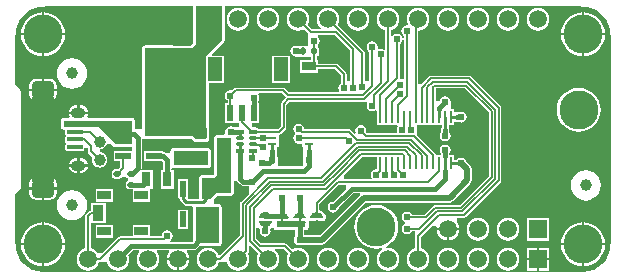
<source format=gbr>
%TF.GenerationSoftware,Altium Limited,Altium Designer,20.1.11 (218)*%
G04 Layer_Physical_Order=1*
G04 Layer_Color=255*
%FSLAX26Y26*%
%MOIN*%
%TF.SameCoordinates,3C5C7FA7-1F59-4671-A418-6E2A2DAA0BFA*%
%TF.FilePolarity,Positive*%
%TF.FileFunction,Copper,L1,Top,Signal*%
%TF.Part,Single*%
G01*
G75*
%TA.AperFunction,NonConductor*%
%ADD10C,0.006000*%
%TA.AperFunction,Conductor*%
%ADD11C,0.006000*%
%TA.AperFunction,SMDPad,CuDef*%
G04:AMPARAMS|DCode=12|XSize=23.228mil|YSize=25.197mil|CornerRadius=5.923mil|HoleSize=0mil|Usage=FLASHONLY|Rotation=270.000|XOffset=0mil|YOffset=0mil|HoleType=Round|Shape=RoundedRectangle|*
%AMROUNDEDRECTD12*
21,1,0.023228,0.013351,0,0,270.0*
21,1,0.011382,0.025197,0,0,270.0*
1,1,0.011846,-0.006675,-0.005691*
1,1,0.011846,-0.006675,0.005691*
1,1,0.011846,0.006675,0.005691*
1,1,0.011846,0.006675,-0.005691*
%
%ADD12ROUNDEDRECTD12*%
G04:AMPARAMS|DCode=13|XSize=23.228mil|YSize=25.197mil|CornerRadius=5.923mil|HoleSize=0mil|Usage=FLASHONLY|Rotation=180.000|XOffset=0mil|YOffset=0mil|HoleType=Round|Shape=RoundedRectangle|*
%AMROUNDEDRECTD13*
21,1,0.023228,0.013351,0,0,180.0*
21,1,0.011382,0.025197,0,0,180.0*
1,1,0.011846,-0.005691,0.006675*
1,1,0.011846,0.005691,0.006675*
1,1,0.011846,0.005691,-0.006675*
1,1,0.011846,-0.005691,-0.006675*
%
%ADD13ROUNDEDRECTD13*%
%ADD14R,0.031496X0.049000*%
%ADD15R,0.035000X0.032000*%
%ADD16R,0.009840X0.039370*%
%ADD17R,0.059055X0.133858*%
%ADD18R,0.039370X0.137795*%
%ADD19R,0.023620X0.053150*%
%ADD20R,0.047240X0.078740*%
G04:AMPARAMS|DCode=21|XSize=19.685mil|YSize=23.622mil|CornerRadius=5.118mil|HoleSize=0mil|Usage=FLASHONLY|Rotation=270.000|XOffset=0mil|YOffset=0mil|HoleType=Round|Shape=RoundedRectangle|*
%AMROUNDEDRECTD21*
21,1,0.019685,0.013386,0,0,270.0*
21,1,0.009449,0.023622,0,0,270.0*
1,1,0.010236,-0.006693,-0.004724*
1,1,0.010236,-0.006693,0.004724*
1,1,0.010236,0.006693,0.004724*
1,1,0.010236,0.006693,-0.004724*
%
%ADD21ROUNDEDRECTD21*%
G04:AMPARAMS|DCode=22|XSize=25.591mil|YSize=15.748mil|CornerRadius=3.937mil|HoleSize=0mil|Usage=FLASHONLY|Rotation=0.000|XOffset=0mil|YOffset=0mil|HoleType=Round|Shape=RoundedRectangle|*
%AMROUNDEDRECTD22*
21,1,0.025591,0.007874,0,0,0.0*
21,1,0.017717,0.015748,0,0,0.0*
1,1,0.007874,0.008858,-0.003937*
1,1,0.007874,-0.008858,-0.003937*
1,1,0.007874,-0.008858,0.003937*
1,1,0.007874,0.008858,0.003937*
%
%ADD22ROUNDEDRECTD22*%
G04:AMPARAMS|DCode=23|XSize=25.591mil|YSize=11.811mil|CornerRadius=2.953mil|HoleSize=0mil|Usage=FLASHONLY|Rotation=0.000|XOffset=0mil|YOffset=0mil|HoleType=Round|Shape=RoundedRectangle|*
%AMROUNDEDRECTD23*
21,1,0.025591,0.005905,0,0,0.0*
21,1,0.019685,0.011811,0,0,0.0*
1,1,0.005906,0.009842,-0.002953*
1,1,0.005906,-0.009842,-0.002953*
1,1,0.005906,-0.009842,0.002953*
1,1,0.005906,0.009842,0.002953*
%
%ADD23ROUNDEDRECTD23*%
%ADD24C,0.007874*%
%ADD25C,0.002000*%
%ADD26C,0.039370*%
%ADD27R,0.020000X0.052000*%
%ADD28R,0.052000X0.020000*%
%ADD29R,0.029748X0.007843*%
%TA.AperFunction,ConnectorPad*%
G04:AMPARAMS|DCode=30|XSize=46.26mil|YSize=74.803mil|CornerRadius=11.565mil|HoleSize=0mil|Usage=FLASHONLY|Rotation=90.000|XOffset=0mil|YOffset=0mil|HoleType=Round|Shape=RoundedRectangle|*
%AMROUNDEDRECTD30*
21,1,0.046260,0.051673,0,0,90.0*
21,1,0.023130,0.074803,0,0,90.0*
1,1,0.023130,0.025837,0.011565*
1,1,0.023130,0.025837,-0.011565*
1,1,0.023130,-0.025837,-0.011565*
1,1,0.023130,-0.025837,0.011565*
%
%ADD30ROUNDEDRECTD30*%
G04:AMPARAMS|DCode=31|XSize=70.866mil|YSize=74.803mil|CornerRadius=17.716mil|HoleSize=0mil|Usage=FLASHONLY|Rotation=270.000|XOffset=0mil|YOffset=0mil|HoleType=Round|Shape=RoundedRectangle|*
%AMROUNDEDRECTD31*
21,1,0.070866,0.039370,0,0,270.0*
21,1,0.035433,0.074803,0,0,270.0*
1,1,0.035433,-0.019685,-0.017717*
1,1,0.035433,-0.019685,0.017717*
1,1,0.035433,0.019685,0.017717*
1,1,0.035433,0.019685,-0.017717*
%
%ADD31ROUNDEDRECTD31*%
G04:AMPARAMS|DCode=32|XSize=15.748mil|YSize=53.15mil|CornerRadius=3.937mil|HoleSize=0mil|Usage=FLASHONLY|Rotation=270.000|XOffset=0mil|YOffset=0mil|HoleType=Round|Shape=RoundedRectangle|*
%AMROUNDEDRECTD32*
21,1,0.015748,0.045276,0,0,270.0*
21,1,0.007874,0.053150,0,0,270.0*
1,1,0.007874,-0.022638,-0.003937*
1,1,0.007874,-0.022638,0.003937*
1,1,0.007874,0.022638,0.003937*
1,1,0.007874,0.022638,-0.003937*
%
%ADD32ROUNDEDRECTD32*%
%TA.AperFunction,SMDPad,CuDef*%
%ADD33R,0.045276X0.029528*%
%ADD34R,0.037402X0.055118*%
%ADD35R,0.049000X0.031496*%
G04:AMPARAMS|DCode=36|XSize=19.685mil|YSize=23.622mil|CornerRadius=5.118mil|HoleSize=0mil|Usage=FLASHONLY|Rotation=180.000|XOffset=0mil|YOffset=0mil|HoleType=Round|Shape=RoundedRectangle|*
%AMROUNDEDRECTD36*
21,1,0.019685,0.013386,0,0,180.0*
21,1,0.009449,0.023622,0,0,180.0*
1,1,0.010236,-0.004724,0.006693*
1,1,0.010236,0.004724,0.006693*
1,1,0.010236,0.004724,-0.006693*
1,1,0.010236,-0.004724,-0.006693*
%
%ADD36ROUNDEDRECTD36*%
%TA.AperFunction,NonConductor*%
%ADD37C,0.008000*%
%TA.AperFunction,Conductor*%
%ADD38C,0.020000*%
%ADD39C,0.015000*%
%ADD40C,0.010000*%
%ADD41C,0.008000*%
%ADD42R,0.097000X0.020000*%
%ADD43R,0.115000X0.045000*%
%TA.AperFunction,ComponentPad*%
%ADD44C,0.059055*%
%ADD45R,0.059055X0.059055*%
%ADD46C,0.130000*%
G04:AMPARAMS|DCode=47|XSize=74.803mil|YSize=59.055mil|CornerRadius=14.764mil|HoleSize=0mil|Usage=FLASHONLY|Rotation=0.000|XOffset=0mil|YOffset=0mil|HoleType=Round|Shape=RoundedRectangle|*
%AMROUNDEDRECTD47*
21,1,0.074803,0.029527,0,0,0.0*
21,1,0.045276,0.059055,0,0,0.0*
1,1,0.029528,0.022638,-0.014764*
1,1,0.029528,-0.022638,-0.014764*
1,1,0.029528,-0.022638,0.014764*
1,1,0.029528,0.022638,0.014764*
%
%ADD47ROUNDEDRECTD47*%
%ADD48O,0.047244X0.035433*%
%TA.AperFunction,ViaPad*%
%ADD49C,0.024000*%
G36*
X1896781Y892229D02*
X1900000Y891588D01*
X1904845Y891214D01*
X1917888Y889930D01*
X1935089Y884712D01*
X1950941Y876239D01*
X1964836Y864836D01*
X1976239Y850941D01*
X1984712Y835089D01*
X1989930Y817888D01*
X1991214Y804845D01*
X1991588Y800000D01*
X1992228Y796781D01*
X1993628Y794687D01*
Y105313D01*
X1992228Y103219D01*
X1991588Y100000D01*
X1991214Y95155D01*
X1989930Y82112D01*
X1984712Y64911D01*
X1976239Y49059D01*
X1964836Y35164D01*
X1950941Y23761D01*
X1935089Y15288D01*
X1917888Y10070D01*
X1904845Y8786D01*
X1900000Y8412D01*
X1896781Y7771D01*
X1894687Y6372D01*
X105313D01*
X103219Y7771D01*
X100000Y8412D01*
X95155Y8786D01*
X82112Y10070D01*
X64911Y15288D01*
X49059Y23761D01*
X35164Y35164D01*
X23761Y49059D01*
X15288Y64911D01*
X10070Y82112D01*
X8786Y95155D01*
X8412Y100000D01*
X7771Y103219D01*
X6372Y105313D01*
Y267360D01*
X24506Y285494D01*
X24506Y285494D01*
X25887Y287561D01*
X26372Y290000D01*
X26372Y290000D01*
Y610000D01*
X26372Y610000D01*
X25887Y612439D01*
X24506Y614506D01*
X24506Y614506D01*
X6372Y632640D01*
Y794687D01*
X7771Y796781D01*
X8412Y800000D01*
X8786Y804845D01*
X10070Y817888D01*
X15288Y835089D01*
X23761Y850941D01*
X35164Y864836D01*
X49059Y876239D01*
X64911Y884712D01*
X82112Y889930D01*
X95155Y891214D01*
X100000Y891588D01*
X103219Y892229D01*
X105313Y893628D01*
X599804D01*
Y770223D01*
X592777Y763196D01*
X440000Y763196D01*
X436098Y762420D01*
X432790Y760210D01*
X430580Y756902D01*
X429804Y753000D01*
X429804Y485000D01*
X405196D01*
Y512000D01*
X404420Y515902D01*
X402209Y519210D01*
X398902Y521420D01*
X395000Y522196D01*
X250579Y522196D01*
X247542Y527196D01*
X249070Y530885D01*
X249428Y533598D01*
X186793D01*
X187150Y530885D01*
X188678Y527196D01*
X185642Y522196D01*
X170000D01*
X166098Y521420D01*
X162790Y519210D01*
X160580Y515902D01*
X159804Y512000D01*
Y492000D01*
X160580Y488098D01*
X162790Y484790D01*
X166098Y482580D01*
X170000Y481804D01*
X170677D01*
X172546Y479527D01*
Y471654D01*
X173317Y467776D01*
X175513Y464490D01*
Y461101D01*
X173317Y457814D01*
X172546Y453937D01*
Y446063D01*
X173317Y442186D01*
X175513Y438899D01*
Y435510D01*
X173317Y432224D01*
X172546Y428346D01*
Y420472D01*
X173317Y416595D01*
X175513Y413308D01*
X178800Y411112D01*
X182677Y410341D01*
X227953D01*
X231830Y411112D01*
X235117Y413308D01*
X237313Y416595D01*
X237990Y420000D01*
X248594D01*
Y411369D01*
X249370Y407468D01*
X251580Y404160D01*
X264700Y391040D01*
X263558Y388282D01*
X262675Y381577D01*
X263558Y374872D01*
X266146Y368624D01*
X270263Y363259D01*
X275629Y359141D01*
X281877Y356553D01*
X288582Y355671D01*
X295287Y356553D01*
X301535Y359141D01*
X306901Y363259D01*
X311018Y368624D01*
X313606Y374872D01*
X314489Y381577D01*
X313606Y388282D01*
X311018Y394531D01*
X306901Y399896D01*
X301535Y404013D01*
X295287Y406601D01*
X290000Y407297D01*
Y416580D01*
X295287Y417276D01*
X301535Y419864D01*
X306901Y423981D01*
X311018Y429347D01*
X313360Y435000D01*
X327581D01*
X334790Y427790D01*
X338098Y425580D01*
X342000Y424804D01*
X395000Y424804D01*
X395000Y424804D01*
Y410996D01*
X335008D01*
Y378996D01*
X356812D01*
Y356940D01*
X350297Y350425D01*
X339995D01*
X335656Y349562D01*
X331979Y347105D01*
X329522Y343427D01*
X328659Y339089D01*
Y329640D01*
X329522Y325302D01*
X331979Y321625D01*
X335656Y319168D01*
X339995Y318305D01*
X353380D01*
X357718Y319168D01*
X361396Y321625D01*
X363298Y324471D01*
X377940D01*
X379842Y321625D01*
X383450Y319214D01*
X383519Y318834D01*
Y314462D01*
X383450Y314083D01*
X379842Y311672D01*
X377384Y307994D01*
X376521Y303656D01*
Y294207D01*
X377384Y289869D01*
X379842Y286192D01*
X383519Y283735D01*
X387857Y282872D01*
X399370D01*
Y242276D01*
X456646D01*
Y283803D01*
X460876Y285663D01*
X465068D01*
Y346663D01*
X431345D01*
X428137Y351663D01*
X428764Y354815D01*
Y450000D01*
X439015D01*
X440000Y449804D01*
X595777D01*
X602790Y442790D01*
X606098Y440580D01*
X610000Y439804D01*
X643000Y439804D01*
X646902Y440580D01*
X650210Y442790D01*
X652420Y446098D01*
X653196Y450000D01*
X653196Y637698D01*
X702712D01*
Y728438D01*
X664390D01*
X662477Y733058D01*
X702210Y772790D01*
X704420Y776098D01*
X705196Y780000D01*
X705196Y893628D01*
X1894687D01*
X1896781Y892229D01*
D02*
G37*
G36*
X695000Y780000D02*
X643000Y728000D01*
X643000Y450000D01*
X610000Y450000D01*
X600000Y460000D01*
X440000D01*
X440000Y753000D01*
X597000Y753000D01*
X610000Y766000D01*
Y893628D01*
X695000D01*
X695000Y780000D01*
D02*
G37*
G36*
X209622Y512000D02*
X212205Y511660D01*
X224016D01*
X226598Y512000D01*
X395000Y512000D01*
Y435000D01*
X342000Y435000D01*
X285000Y492000D01*
X170000D01*
Y512000D01*
X209622D01*
D02*
G37*
%LPC*%
G36*
X1350000Y887851D02*
X1340203Y886562D01*
X1331074Y882780D01*
X1323235Y876765D01*
X1317220Y868926D01*
X1313438Y859797D01*
X1312149Y850000D01*
X1313438Y840203D01*
X1316165Y833622D01*
X1312568Y829240D01*
X1312000Y829353D01*
X1304977Y827956D01*
X1299023Y823977D01*
X1295044Y818023D01*
X1293647Y811000D01*
X1295044Y803977D01*
X1299023Y798023D01*
X1303309Y795159D01*
Y650000D01*
X1291638D01*
X1289176Y653000D01*
Y767483D01*
X1292977Y770023D01*
X1296956Y775977D01*
X1298353Y783000D01*
X1296956Y790023D01*
X1292977Y795977D01*
X1287023Y799956D01*
X1280000Y801353D01*
X1272977Y799956D01*
X1267023Y795977D01*
X1266370Y795000D01*
X1259176D01*
Y813357D01*
X1259797Y813438D01*
X1268926Y817220D01*
X1276765Y823235D01*
X1282780Y831074D01*
X1286562Y840203D01*
X1287851Y850000D01*
X1286562Y859797D01*
X1282780Y868926D01*
X1276765Y876765D01*
X1268926Y882780D01*
X1259797Y886562D01*
X1250000Y887851D01*
X1240203Y886562D01*
X1231074Y882780D01*
X1223235Y876765D01*
X1217220Y868926D01*
X1213438Y859797D01*
X1212149Y850000D01*
X1213438Y840203D01*
X1217220Y831074D01*
X1223235Y823235D01*
X1231074Y817220D01*
X1240203Y813438D01*
X1240824Y813357D01*
Y751757D01*
X1235824Y749084D01*
X1233023Y750956D01*
X1226000Y752353D01*
X1218977Y750956D01*
X1214561Y754018D01*
X1215353Y758000D01*
X1213956Y765023D01*
X1209977Y770977D01*
X1204023Y774956D01*
X1197000Y776353D01*
X1189977Y774956D01*
X1184023Y770977D01*
X1180044Y765023D01*
X1178647Y758000D01*
X1180044Y750977D01*
X1184023Y745023D01*
X1187824Y742483D01*
Y645000D01*
X1172915D01*
Y736262D01*
X1172216Y739773D01*
X1170227Y742750D01*
X1082399Y830578D01*
X1082780Y831074D01*
X1086562Y840203D01*
X1087851Y850000D01*
X1086562Y859797D01*
X1082780Y868926D01*
X1076765Y876765D01*
X1068926Y882780D01*
X1059797Y886562D01*
X1050000Y887851D01*
X1040203Y886562D01*
X1031074Y882780D01*
X1023235Y876765D01*
X1017220Y868926D01*
X1013438Y859797D01*
X1012149Y850000D01*
X1013438Y840203D01*
X1017220Y831074D01*
X1023235Y823235D01*
X1025918Y821176D01*
X1024221Y816176D01*
X996801D01*
X982399Y830578D01*
X982780Y831074D01*
X986562Y840203D01*
X987851Y850000D01*
X986562Y859797D01*
X982780Y868926D01*
X976765Y876765D01*
X968926Y882780D01*
X959797Y886562D01*
X950000Y887851D01*
X940203Y886562D01*
X931074Y882780D01*
X923235Y876765D01*
X917220Y868926D01*
X913438Y859797D01*
X912149Y850000D01*
X913438Y840203D01*
X917220Y831074D01*
X923235Y823235D01*
X931074Y817220D01*
X940203Y813438D01*
X950000Y812149D01*
X959797Y813438D01*
X968926Y817220D01*
X969422Y817601D01*
X983000Y804023D01*
Y762000D01*
X948649D01*
X944000Y762000D01*
X939411Y761008D01*
X938334Y760793D01*
X936068Y760343D01*
X930114Y756364D01*
X926135Y750410D01*
X924738Y743387D01*
X926135Y736364D01*
X930114Y730410D01*
X936068Y726431D01*
X943091Y725034D01*
X944000Y725000D01*
X944000Y725000D01*
X994157D01*
Y714731D01*
X955645D01*
Y671235D01*
X1016645D01*
Y683806D01*
X1072256D01*
X1093478Y662584D01*
Y637633D01*
X1089678Y635093D01*
X1085699Y629139D01*
X1084302Y622116D01*
X1085699Y615093D01*
X1088070Y611544D01*
X1085398Y606544D01*
X920875D01*
X907931Y619489D01*
X904954Y621478D01*
X901443Y622176D01*
X742000D01*
X738488Y621478D01*
X735511Y619489D01*
X728756Y612733D01*
X724272Y613625D01*
X717249Y612228D01*
X711295Y608249D01*
X707317Y602295D01*
X705920Y595272D01*
X707317Y588249D01*
X711295Y582295D01*
X715096Y579755D01*
Y570953D01*
X706462D01*
Y505803D01*
X742082D01*
Y505803D01*
X745832D01*
Y505803D01*
X754000D01*
Y489535D01*
X749469D01*
X747940Y489230D01*
X736799D01*
X732023Y492421D01*
X725000Y493818D01*
X717977Y492421D01*
X712023Y488443D01*
X708044Y482489D01*
X706647Y475466D01*
X707696Y470196D01*
X704658Y465196D01*
X680000D01*
X676098Y464420D01*
X672790Y462210D01*
X670580Y458902D01*
X669804Y455000D01*
Y334223D01*
X665777Y330196D01*
X630000D01*
X626098Y329420D01*
X622790Y327210D01*
X620580Y323902D01*
X619804Y320000D01*
Y251215D01*
X587279D01*
X582978Y252902D01*
Y316902D01*
X550978D01*
Y252902D01*
X551499D01*
X555784Y251000D01*
X556638Y246708D01*
X559069Y243069D01*
X570069Y232070D01*
X570069Y232069D01*
X573708Y229638D01*
X578000Y228785D01*
X596698D01*
X599804Y225000D01*
Y110525D01*
X596071Y106792D01*
X523938D01*
X522456Y111792D01*
X527163Y114938D01*
X531141Y120891D01*
X532538Y127915D01*
X531141Y134938D01*
X527163Y140892D01*
X521209Y144870D01*
X514186Y146267D01*
X507163Y144870D01*
X501209Y140892D01*
X497230Y134938D01*
X495833Y127915D01*
X494406Y126176D01*
X456646D01*
Y163724D01*
X399370D01*
Y126176D01*
X356082D01*
X352570Y125478D01*
X349593Y123489D01*
X296104Y70000D01*
X281956D01*
X276765Y76765D01*
X268926Y82780D01*
X259797Y86561D01*
X259176Y86643D01*
Y164619D01*
X259606Y169441D01*
X309008D01*
Y236559D01*
X259606D01*
Y212098D01*
X256488Y211478D01*
X253511Y209489D01*
X243511Y199489D01*
X241522Y196512D01*
X240824Y193000D01*
Y86643D01*
X240203Y86561D01*
X231074Y82780D01*
X223235Y76765D01*
X217220Y68926D01*
X213439Y59797D01*
X212149Y50000D01*
X213439Y40203D01*
X217220Y31074D01*
X223235Y23235D01*
X231074Y17220D01*
X240203Y13438D01*
X250000Y12149D01*
X259797Y13438D01*
X268926Y17220D01*
X276765Y23235D01*
X282780Y31074D01*
X286477Y40000D01*
X313523D01*
X317220Y31074D01*
X323235Y23235D01*
X331074Y17220D01*
X340203Y13438D01*
X350000Y12149D01*
X359797Y13438D01*
X368926Y17220D01*
X376765Y23235D01*
X382780Y31074D01*
X386562Y40203D01*
X387851Y50000D01*
X386562Y59797D01*
X384424Y64958D01*
X398729Y79263D01*
X418850D01*
X421315Y74263D01*
X417220Y68926D01*
X413438Y59797D01*
X412149Y50000D01*
X413438Y40203D01*
X417220Y31074D01*
X423235Y23235D01*
X431074Y17220D01*
X440203Y13438D01*
X450000Y12149D01*
X459797Y13438D01*
X468926Y17220D01*
X476765Y23235D01*
X482780Y31074D01*
X486562Y40203D01*
X487851Y50000D01*
X486562Y59797D01*
X482780Y68926D01*
X478685Y74263D01*
X481150Y79263D01*
X518850D01*
X521315Y74263D01*
X517220Y68926D01*
X513438Y59797D01*
X512675Y54000D01*
X550000D01*
X587325D01*
X586562Y59797D01*
X582780Y68926D01*
X578685Y74263D01*
X581150Y79263D01*
X601773D01*
X607040Y80311D01*
X611505Y83295D01*
X623015Y94804D01*
X685000D01*
X688902Y95580D01*
X692210Y97790D01*
X694420Y101098D01*
X695196Y105000D01*
Y225000D01*
X694420Y228902D01*
X692210Y232210D01*
X688902Y234420D01*
X685000Y235196D01*
X670000D01*
Y250581D01*
X681223Y261804D01*
X725000D01*
X728902Y262580D01*
X732210Y264790D01*
X734420Y268098D01*
X735196Y272000D01*
Y312000D01*
X745958D01*
X748595Y308054D01*
X757381Y299267D01*
X761847Y296283D01*
X767114Y295236D01*
X785000D01*
Y267744D01*
X759511Y242255D01*
X757522Y239278D01*
X756824Y235767D01*
Y130801D01*
X689526Y63503D01*
X684622Y64479D01*
X682780Y68926D01*
X676765Y76765D01*
X668926Y82780D01*
X659797Y86561D01*
X650000Y87851D01*
X640203Y86561D01*
X631074Y82780D01*
X623235Y76765D01*
X617220Y68926D01*
X613438Y59797D01*
X612149Y50000D01*
X613438Y40203D01*
X617220Y31074D01*
X623235Y23235D01*
X631074Y17220D01*
X640203Y13438D01*
X650000Y12149D01*
X659797Y13438D01*
X668926Y17220D01*
X676765Y23235D01*
X682780Y31074D01*
X686477Y40000D01*
X713523D01*
X717220Y31074D01*
X723235Y23235D01*
X731074Y17220D01*
X740203Y13438D01*
X750000Y12149D01*
X759797Y13438D01*
X768926Y17220D01*
X776765Y23235D01*
X782780Y31074D01*
X786562Y40203D01*
X787851Y50000D01*
X786562Y59797D01*
X782780Y68926D01*
X782399Y69422D01*
X784489Y71511D01*
X786478Y74488D01*
X787176Y78000D01*
Y93314D01*
X791796Y95227D01*
X817601Y69422D01*
X817220Y68926D01*
X813438Y59797D01*
X812149Y50000D01*
X813438Y40203D01*
X817220Y31074D01*
X823235Y23235D01*
X831074Y17220D01*
X840203Y13438D01*
X850000Y12149D01*
X859797Y13438D01*
X868926Y17220D01*
X876765Y23235D01*
X882780Y31074D01*
X886562Y40203D01*
X887851Y50000D01*
X886562Y59797D01*
X882780Y68926D01*
X876765Y76765D01*
X872779Y79824D01*
X874476Y84824D01*
X902199D01*
X917601Y69422D01*
X917220Y68926D01*
X913438Y59797D01*
X912149Y50000D01*
X913438Y40203D01*
X917220Y31074D01*
X923235Y23235D01*
X931074Y17220D01*
X940203Y13438D01*
X950000Y12149D01*
X959797Y13438D01*
X968926Y17220D01*
X976765Y23235D01*
X982780Y31074D01*
X986562Y40203D01*
X987851Y50000D01*
X986562Y59797D01*
X982780Y68926D01*
X976765Y76765D01*
X968926Y82780D01*
X959797Y86561D01*
X950000Y87851D01*
X940203Y86561D01*
X931074Y82780D01*
X930578Y82399D01*
X912489Y100489D01*
X909512Y102478D01*
X906000Y103176D01*
X826801D01*
X811176Y118801D01*
Y153000D01*
X820228D01*
X823392Y148000D01*
X822397Y143000D01*
X823794Y135977D01*
X827773Y130023D01*
X833727Y126044D01*
X840750Y124647D01*
X847773Y126044D01*
X853727Y130023D01*
X857706Y135977D01*
X859103Y143000D01*
X858108Y148000D01*
X861272Y153000D01*
X869314D01*
X870790Y150790D01*
X874098Y148580D01*
X878000Y147804D01*
X941396D01*
Y126799D01*
X938205Y122023D01*
X936808Y115000D01*
X938205Y107977D01*
X942183Y102023D01*
X948137Y98044D01*
X955161Y96647D01*
X962184Y98044D01*
X963145Y98686D01*
X1029970D01*
X1036213Y99928D01*
X1041506Y103465D01*
X1176728Y238686D01*
X1455000D01*
X1461243Y239928D01*
X1466535Y243465D01*
X1524535Y301465D01*
X1528072Y306757D01*
X1529313Y313000D01*
Y351159D01*
X1528072Y357402D01*
X1524535Y362694D01*
X1510929Y376300D01*
X1510704Y377434D01*
X1506726Y383388D01*
X1500772Y387366D01*
X1493748Y388763D01*
X1486725Y387366D01*
X1480771Y383388D01*
X1479594Y381626D01*
X1471097D01*
Y396096D01*
X1454257D01*
Y401201D01*
X1457448Y405977D01*
X1458845Y413000D01*
X1457448Y420023D01*
X1453469Y425977D01*
X1447515Y429956D01*
X1440492Y431353D01*
X1433469Y429956D01*
X1427515Y425977D01*
X1423537Y420023D01*
X1422140Y413000D01*
X1423537Y405977D01*
X1426728Y401201D01*
Y396096D01*
X1410255D01*
X1409600Y399389D01*
X1407611Y402366D01*
X1347000Y462977D01*
Y498269D01*
X1429277D01*
Y488485D01*
X1427775Y486238D01*
X1426728Y480971D01*
Y472799D01*
X1423537Y468023D01*
X1422140Y461000D01*
X1423537Y453977D01*
X1427515Y448023D01*
X1433469Y444044D01*
X1440492Y442647D01*
X1447515Y444044D01*
X1453469Y448023D01*
X1457448Y453977D01*
X1458845Y461000D01*
X1457448Y468023D01*
X1454257Y472799D01*
Y480971D01*
X1453209Y486238D01*
X1451708Y488485D01*
Y498269D01*
X1471097D01*
Y506000D01*
X1491996D01*
X1494000Y505601D01*
X1501023Y506998D01*
X1506977Y510977D01*
X1510956Y516931D01*
X1512353Y523954D01*
X1510956Y530977D01*
X1506977Y536931D01*
X1501023Y540910D01*
X1494000Y542307D01*
X1487431Y541000D01*
X1471097D01*
Y549639D01*
X1458845D01*
Y574327D01*
X1457448Y581350D01*
X1453469Y587304D01*
X1447515Y591283D01*
X1440492Y592680D01*
X1433469Y591283D01*
X1427515Y587304D01*
X1423537Y581350D01*
X1422472Y576000D01*
X1410299D01*
Y619824D01*
X1505328D01*
X1585853Y539298D01*
Y327528D01*
X1489502Y231176D01*
X1407423D01*
X1403912Y230478D01*
X1400935Y228489D01*
X1371505Y199059D01*
X1329517D01*
X1326977Y202860D01*
X1321023Y206839D01*
X1314000Y208236D01*
X1306977Y206839D01*
X1301023Y202860D01*
X1297044Y196906D01*
X1295647Y189883D01*
X1297044Y182860D01*
X1301023Y176906D01*
X1305792Y173719D01*
X1306126Y172377D01*
Y169506D01*
X1305792Y168164D01*
X1301023Y164977D01*
X1297044Y159023D01*
X1295647Y152000D01*
X1297044Y144977D01*
X1301023Y139023D01*
X1306977Y135044D01*
X1314000Y133647D01*
X1321023Y135044D01*
X1326977Y139023D01*
X1329517Y142824D01*
X1341000D01*
Y129746D01*
X1340824Y128860D01*
Y86643D01*
X1340203Y86561D01*
X1331074Y82780D01*
X1323235Y76765D01*
X1317220Y68926D01*
X1313438Y59797D01*
X1312149Y50000D01*
X1313438Y40203D01*
X1317220Y31074D01*
X1323235Y23235D01*
X1331074Y17220D01*
X1340203Y13438D01*
X1350000Y12149D01*
X1359797Y13438D01*
X1368926Y17220D01*
X1376765Y23235D01*
X1382780Y31074D01*
X1386562Y40203D01*
X1387851Y50000D01*
X1386562Y59797D01*
X1382780Y68926D01*
X1376765Y76765D01*
X1368926Y82780D01*
X1359797Y86561D01*
X1359176Y86643D01*
Y125059D01*
X1396117Y162000D01*
X1408939D01*
X1409624Y161664D01*
X1413070Y157000D01*
X1412675Y154000D01*
X1450000D01*
X1487325D01*
X1486562Y159797D01*
X1482780Y168926D01*
X1480000Y172549D01*
Y188824D01*
X1503243D01*
X1506755Y189522D01*
X1509732Y191511D01*
X1625518Y307298D01*
X1627507Y310274D01*
X1628206Y313786D01*
Y553040D01*
X1627507Y556552D01*
X1625518Y559529D01*
X1525559Y659489D01*
X1522582Y661478D01*
X1519070Y662176D01*
X1394696D01*
X1391184Y661478D01*
X1388207Y659489D01*
X1363719Y635000D01*
X1351323D01*
Y812323D01*
X1359797Y813438D01*
X1368926Y817220D01*
X1376765Y823235D01*
X1382780Y831074D01*
X1386562Y840203D01*
X1387851Y850000D01*
X1386562Y859797D01*
X1382780Y868926D01*
X1376765Y876765D01*
X1368926Y882780D01*
X1359797Y886562D01*
X1350000Y887851D01*
D02*
G37*
G36*
X1750000D02*
X1740203Y886562D01*
X1731074Y882780D01*
X1723235Y876765D01*
X1717220Y868926D01*
X1713438Y859797D01*
X1712149Y850000D01*
X1713438Y840203D01*
X1717220Y831074D01*
X1723235Y823235D01*
X1731074Y817220D01*
X1740203Y813438D01*
X1750000Y812149D01*
X1759797Y813438D01*
X1768926Y817220D01*
X1776765Y823235D01*
X1782780Y831074D01*
X1786562Y840203D01*
X1787851Y850000D01*
X1786562Y859797D01*
X1782780Y868926D01*
X1776765Y876765D01*
X1768926Y882780D01*
X1759797Y886562D01*
X1750000Y887851D01*
D02*
G37*
G36*
X1650000D02*
X1640203Y886562D01*
X1631074Y882780D01*
X1623235Y876765D01*
X1617220Y868926D01*
X1613438Y859797D01*
X1612149Y850000D01*
X1613438Y840203D01*
X1617220Y831074D01*
X1623235Y823235D01*
X1631074Y817220D01*
X1640203Y813438D01*
X1650000Y812149D01*
X1659797Y813438D01*
X1668926Y817220D01*
X1676765Y823235D01*
X1682780Y831074D01*
X1686562Y840203D01*
X1687851Y850000D01*
X1686562Y859797D01*
X1682780Y868926D01*
X1676765Y876765D01*
X1668926Y882780D01*
X1659797Y886562D01*
X1650000Y887851D01*
D02*
G37*
G36*
X1550000D02*
X1540203Y886562D01*
X1531074Y882780D01*
X1523235Y876765D01*
X1517220Y868926D01*
X1513438Y859797D01*
X1512149Y850000D01*
X1513438Y840203D01*
X1517220Y831074D01*
X1523235Y823235D01*
X1531074Y817220D01*
X1540203Y813438D01*
X1550000Y812149D01*
X1559797Y813438D01*
X1568926Y817220D01*
X1576765Y823235D01*
X1582780Y831074D01*
X1586562Y840203D01*
X1587851Y850000D01*
X1586562Y859797D01*
X1582780Y868926D01*
X1576765Y876765D01*
X1568926Y882780D01*
X1559797Y886562D01*
X1550000Y887851D01*
D02*
G37*
G36*
X1450000D02*
X1440203Y886562D01*
X1431074Y882780D01*
X1423235Y876765D01*
X1417220Y868926D01*
X1413438Y859797D01*
X1412149Y850000D01*
X1413438Y840203D01*
X1417220Y831074D01*
X1423235Y823235D01*
X1431074Y817220D01*
X1440203Y813438D01*
X1450000Y812149D01*
X1459797Y813438D01*
X1468926Y817220D01*
X1476765Y823235D01*
X1482780Y831074D01*
X1486562Y840203D01*
X1487851Y850000D01*
X1486562Y859797D01*
X1482780Y868926D01*
X1476765Y876765D01*
X1468926Y882780D01*
X1459797Y886562D01*
X1450000Y887851D01*
D02*
G37*
G36*
X1150000D02*
X1140203Y886562D01*
X1131074Y882780D01*
X1123235Y876765D01*
X1117220Y868926D01*
X1113438Y859797D01*
X1112149Y850000D01*
X1113438Y840203D01*
X1117220Y831074D01*
X1123235Y823235D01*
X1131074Y817220D01*
X1140203Y813438D01*
X1150000Y812149D01*
X1159797Y813438D01*
X1168926Y817220D01*
X1176765Y823235D01*
X1182780Y831074D01*
X1186562Y840203D01*
X1187851Y850000D01*
X1186562Y859797D01*
X1182780Y868926D01*
X1176765Y876765D01*
X1168926Y882780D01*
X1159797Y886562D01*
X1150000Y887851D01*
D02*
G37*
G36*
X850000D02*
X840203Y886562D01*
X831074Y882780D01*
X823235Y876765D01*
X817220Y868926D01*
X813438Y859797D01*
X812149Y850000D01*
X813438Y840203D01*
X817220Y831074D01*
X823235Y823235D01*
X831074Y817220D01*
X840203Y813438D01*
X850000Y812149D01*
X859797Y813438D01*
X868926Y817220D01*
X876765Y823235D01*
X882780Y831074D01*
X886562Y840203D01*
X887851Y850000D01*
X886562Y859797D01*
X882780Y868926D01*
X876765Y876765D01*
X868926Y882780D01*
X859797Y886562D01*
X850000Y887851D01*
D02*
G37*
G36*
X750000D02*
X740203Y886562D01*
X731074Y882780D01*
X723235Y876765D01*
X717220Y868926D01*
X713438Y859797D01*
X712149Y850000D01*
X713438Y840203D01*
X717220Y831074D01*
X723235Y823235D01*
X731074Y817220D01*
X740203Y813438D01*
X750000Y812149D01*
X759797Y813438D01*
X768926Y817220D01*
X776765Y823235D01*
X782780Y831074D01*
X786562Y840203D01*
X787851Y850000D01*
X786562Y859797D01*
X782780Y868926D01*
X776765Y876765D01*
X768926Y882780D01*
X759797Y886562D01*
X750000Y887851D01*
D02*
G37*
G36*
X1904000Y872959D02*
Y804000D01*
X1972959D01*
X1971944Y814311D01*
X1967770Y828071D01*
X1960991Y840753D01*
X1951869Y851869D01*
X1940753Y860991D01*
X1928071Y867769D01*
X1914311Y871944D01*
X1904000Y872959D01*
D02*
G37*
G36*
X104000D02*
Y804000D01*
X172959D01*
X171944Y814311D01*
X167769Y828071D01*
X160991Y840753D01*
X151869Y851869D01*
X140753Y860991D01*
X128071Y867769D01*
X114311Y871944D01*
X104000Y872959D01*
D02*
G37*
G36*
X1896000D02*
X1885689Y871944D01*
X1871929Y867769D01*
X1859247Y860991D01*
X1848131Y851869D01*
X1839009Y840753D01*
X1832230Y828071D01*
X1828056Y814311D01*
X1827041Y804000D01*
X1896000D01*
Y872959D01*
D02*
G37*
G36*
X96000D02*
X85689Y871944D01*
X71929Y867769D01*
X59247Y860991D01*
X48132Y851869D01*
X39009Y840753D01*
X32230Y828071D01*
X28056Y814311D01*
X27041Y804000D01*
X96000D01*
Y872959D01*
D02*
G37*
G36*
X1972959Y796000D02*
X1904000D01*
Y727041D01*
X1914311Y728056D01*
X1928071Y732231D01*
X1940753Y739009D01*
X1951869Y748131D01*
X1960991Y759247D01*
X1967770Y771929D01*
X1971944Y785689D01*
X1972959Y796000D01*
D02*
G37*
G36*
X172959D02*
X104000D01*
Y727041D01*
X114311Y728056D01*
X128071Y732231D01*
X140753Y739009D01*
X151869Y748131D01*
X160991Y759247D01*
X167769Y771929D01*
X171944Y785689D01*
X172959Y796000D01*
D02*
G37*
G36*
X1896000D02*
X1827041D01*
X1828056Y785689D01*
X1832230Y771929D01*
X1839009Y759247D01*
X1848131Y748131D01*
X1859247Y739009D01*
X1871929Y732231D01*
X1885689Y728056D01*
X1896000Y727041D01*
Y796000D01*
D02*
G37*
G36*
X96000D02*
X27041D01*
X28056Y785689D01*
X32230Y771929D01*
X39009Y759247D01*
X48132Y748131D01*
X59247Y739009D01*
X71929Y732231D01*
X85689Y728056D01*
X96000Y727041D01*
Y796000D01*
D02*
G37*
G36*
X923192Y728438D02*
X863952D01*
Y637698D01*
X923192D01*
Y728438D01*
D02*
G37*
G36*
X196850Y719723D02*
X183798Y718004D01*
X171635Y712966D01*
X161190Y704952D01*
X153175Y694507D01*
X148137Y682344D01*
X146419Y669291D01*
X148137Y656239D01*
X153175Y644076D01*
X161190Y633631D01*
X171635Y625616D01*
X183798Y620578D01*
X196850Y618860D01*
X209903Y620578D01*
X222066Y625616D01*
X232511Y633631D01*
X240525Y644076D01*
X245563Y656239D01*
X247282Y669291D01*
X245563Y682344D01*
X240525Y694507D01*
X232511Y704952D01*
X222066Y712966D01*
X209903Y718004D01*
X196850Y719723D01*
D02*
G37*
G36*
X122638Y652344D02*
X104000D01*
Y618370D01*
X145847D01*
Y629134D01*
X144081Y638016D01*
X139049Y645546D01*
X131520Y650577D01*
X122638Y652344D01*
D02*
G37*
G36*
X96000D02*
X77362D01*
X68480Y650577D01*
X60950Y645546D01*
X55919Y638016D01*
X54153Y629134D01*
Y618370D01*
X96000D01*
Y652344D01*
D02*
G37*
G36*
X145847Y610370D02*
X104000D01*
Y576397D01*
X122638D01*
X131520Y578163D01*
X139049Y583195D01*
X144081Y590724D01*
X145847Y599606D01*
Y610370D01*
D02*
G37*
G36*
X96000D02*
X54153D01*
Y599606D01*
X55919Y590724D01*
X60950Y583195D01*
X68480Y578163D01*
X77362Y576397D01*
X96000D01*
Y610370D01*
D02*
G37*
G36*
X224016Y563537D02*
X222110D01*
Y541598D01*
X249428D01*
X249070Y544312D01*
X246479Y550568D01*
X242357Y555940D01*
X236985Y560062D01*
X230729Y562653D01*
X224016Y563537D01*
D02*
G37*
G36*
X214110D02*
X212205D01*
X205491Y562653D01*
X199236Y560062D01*
X193863Y555940D01*
X189741Y550568D01*
X187150Y544312D01*
X186793Y541598D01*
X214110D01*
Y563537D01*
D02*
G37*
G36*
X1885847Y621402D02*
X1871537Y619992D01*
X1857776Y615818D01*
X1845094Y609039D01*
X1833979Y599917D01*
X1824856Y588801D01*
X1818078Y576120D01*
X1813903Y562359D01*
X1812494Y548048D01*
X1813903Y533738D01*
X1818078Y519977D01*
X1824856Y507296D01*
X1833979Y496180D01*
X1845094Y487057D01*
X1857776Y480279D01*
X1871537Y476105D01*
X1885847Y474695D01*
X1900158Y476105D01*
X1913918Y480279D01*
X1926600Y487057D01*
X1937716Y496180D01*
X1946838Y507296D01*
X1953617Y519977D01*
X1957791Y533738D01*
X1959200Y548048D01*
X1957791Y562359D01*
X1953617Y576120D01*
X1946838Y588801D01*
X1937716Y599917D01*
X1926600Y609039D01*
X1913918Y615818D01*
X1900158Y619992D01*
X1885847Y621402D01*
D02*
G37*
G36*
X650000Y420196D02*
X535000D01*
X531098Y419420D01*
X527790Y417210D01*
X525580Y413902D01*
X524804Y410000D01*
Y405000D01*
X509333D01*
X505267Y407717D01*
X501008Y408564D01*
Y410996D01*
X437008D01*
Y378996D01*
X496538D01*
X500421Y375113D01*
Y346663D01*
X492438D01*
Y285663D01*
X535934D01*
Y346663D01*
X527950D01*
Y352128D01*
X532950Y355212D01*
X535000Y354804D01*
X650000D01*
X653902Y355580D01*
X657210Y357790D01*
X659420Y361098D01*
X660196Y365000D01*
Y410000D01*
X659420Y413902D01*
X657210Y417210D01*
X653902Y419420D01*
X650000Y420196D01*
D02*
G37*
G36*
X224016Y388340D02*
X222110D01*
Y366402D01*
X249428D01*
X249070Y369115D01*
X246479Y375371D01*
X242357Y380743D01*
X236985Y384865D01*
X230729Y387456D01*
X224016Y388340D01*
D02*
G37*
G36*
X214110D02*
X212205D01*
X205491Y387456D01*
X199236Y384865D01*
X193863Y380743D01*
X189741Y375371D01*
X187150Y369115D01*
X186793Y366402D01*
X214110D01*
Y388340D01*
D02*
G37*
G36*
X249428Y358402D02*
X222110D01*
Y336463D01*
X224016D01*
X230729Y337347D01*
X236985Y339938D01*
X242357Y344060D01*
X246479Y349432D01*
X249070Y355688D01*
X249428Y358402D01*
D02*
G37*
G36*
X214110D02*
X186793D01*
X187150Y355688D01*
X189741Y349432D01*
X193863Y344060D01*
X199236Y339938D01*
X205491Y337347D01*
X212205Y336463D01*
X214110D01*
Y358402D01*
D02*
G37*
G36*
X122638Y323603D02*
X104000D01*
Y289630D01*
X145847D01*
Y300394D01*
X144081Y309276D01*
X139049Y316805D01*
X131520Y321837D01*
X122638Y323603D01*
D02*
G37*
G36*
X96000D02*
X77362D01*
X68480Y321837D01*
X60950Y316805D01*
X55919Y309276D01*
X54153Y300394D01*
Y289630D01*
X96000D01*
Y323603D01*
D02*
G37*
G36*
X145847Y281630D02*
X104000D01*
Y247656D01*
X122638D01*
X131520Y249423D01*
X139049Y254454D01*
X144081Y261984D01*
X145847Y270866D01*
Y281630D01*
D02*
G37*
G36*
X96000D02*
X54153D01*
Y270866D01*
X55919Y261984D01*
X60950Y254454D01*
X68480Y249423D01*
X77362Y247656D01*
X96000D01*
Y281630D01*
D02*
G37*
G36*
X1909612Y346605D02*
X1896560Y344886D01*
X1884397Y339848D01*
X1873952Y331834D01*
X1865937Y321389D01*
X1860899Y309226D01*
X1859181Y296173D01*
X1860899Y283121D01*
X1865937Y270958D01*
X1873952Y260513D01*
X1884397Y252499D01*
X1896560Y247460D01*
X1909612Y245742D01*
X1922665Y247460D01*
X1934828Y252499D01*
X1945273Y260513D01*
X1953287Y270958D01*
X1958325Y283121D01*
X1960044Y296173D01*
X1958325Y309226D01*
X1953287Y321389D01*
X1945273Y331834D01*
X1934828Y339848D01*
X1922665Y344886D01*
X1909612Y346605D01*
D02*
G37*
G36*
X332630Y283803D02*
X275354D01*
Y242276D01*
X332630D01*
Y283803D01*
D02*
G37*
G36*
X196850Y280544D02*
X183798Y278826D01*
X171635Y273788D01*
X161190Y265773D01*
X153175Y255328D01*
X148137Y243165D01*
X146419Y230113D01*
X148137Y217060D01*
X153175Y204897D01*
X161190Y194452D01*
X171635Y186438D01*
X183798Y181400D01*
X196850Y179681D01*
X209903Y181400D01*
X222066Y186438D01*
X232511Y194452D01*
X240525Y204897D01*
X245563Y217060D01*
X247282Y230113D01*
X245563Y243165D01*
X240525Y255328D01*
X232511Y265773D01*
X222066Y273788D01*
X209903Y278826D01*
X196850Y280544D01*
D02*
G37*
G36*
X582978Y214902D02*
X550978D01*
Y150902D01*
X582978D01*
Y214902D01*
D02*
G37*
G36*
X332630Y163724D02*
X275354D01*
Y122197D01*
X332630D01*
Y163724D01*
D02*
G37*
G36*
X1487325Y146000D02*
X1454000D01*
Y112675D01*
X1459797Y113439D01*
X1468926Y117220D01*
X1476765Y123235D01*
X1482780Y131074D01*
X1486562Y140203D01*
X1487325Y146000D01*
D02*
G37*
G36*
X1446000D02*
X1412675D01*
X1413438Y140203D01*
X1417220Y131074D01*
X1423235Y123235D01*
X1431074Y117220D01*
X1440203Y113439D01*
X1446000Y112675D01*
Y146000D01*
D02*
G37*
G36*
X1787527Y187528D02*
X1712473D01*
Y112472D01*
X1787527D01*
Y187528D01*
D02*
G37*
G36*
X1650000Y187851D02*
X1640203Y186561D01*
X1631074Y182780D01*
X1623235Y176765D01*
X1617220Y168926D01*
X1613438Y159797D01*
X1612149Y150000D01*
X1613438Y140203D01*
X1617220Y131074D01*
X1623235Y123235D01*
X1631074Y117220D01*
X1640203Y113439D01*
X1650000Y112149D01*
X1659797Y113439D01*
X1668926Y117220D01*
X1676765Y123235D01*
X1682780Y131074D01*
X1686562Y140203D01*
X1687851Y150000D01*
X1686562Y159797D01*
X1682780Y168926D01*
X1676765Y176765D01*
X1668926Y182780D01*
X1659797Y186561D01*
X1650000Y187851D01*
D02*
G37*
G36*
X1550000D02*
X1540203Y186561D01*
X1531074Y182780D01*
X1523235Y176765D01*
X1517220Y168926D01*
X1513438Y159797D01*
X1512149Y150000D01*
X1513438Y140203D01*
X1517220Y131074D01*
X1523235Y123235D01*
X1531074Y117220D01*
X1540203Y113439D01*
X1550000Y112149D01*
X1559797Y113439D01*
X1568926Y117220D01*
X1576765Y123235D01*
X1582780Y131074D01*
X1586562Y140203D01*
X1587851Y150000D01*
X1586562Y159797D01*
X1582780Y168926D01*
X1576765Y176765D01*
X1568926Y182780D01*
X1559797Y186561D01*
X1550000Y187851D01*
D02*
G37*
G36*
X1904000Y172959D02*
Y104000D01*
X1972959D01*
X1971944Y114311D01*
X1967770Y128071D01*
X1960991Y140753D01*
X1951869Y151869D01*
X1940753Y160991D01*
X1928071Y167769D01*
X1914311Y171944D01*
X1904000Y172959D01*
D02*
G37*
G36*
X104000D02*
Y104000D01*
X172959D01*
X171944Y114311D01*
X167769Y128071D01*
X160991Y140753D01*
X151869Y151869D01*
X140753Y160991D01*
X128071Y167769D01*
X114311Y171944D01*
X104000Y172959D01*
D02*
G37*
G36*
X1896000D02*
X1885689Y171944D01*
X1871929Y167769D01*
X1859247Y160991D01*
X1848131Y151869D01*
X1839009Y140753D01*
X1832230Y128071D01*
X1828056Y114311D01*
X1827041Y104000D01*
X1896000D01*
Y172959D01*
D02*
G37*
G36*
X96000D02*
X85689Y171944D01*
X71929Y167769D01*
X59247Y160991D01*
X48132Y151869D01*
X39009Y140753D01*
X32230Y128071D01*
X28056Y114311D01*
X27041Y104000D01*
X96000D01*
Y172959D01*
D02*
G37*
G36*
X1787527Y87528D02*
X1754000D01*
Y54000D01*
X1787527D01*
Y87528D01*
D02*
G37*
G36*
X1746000D02*
X1712473D01*
Y54000D01*
X1746000D01*
Y87528D01*
D02*
G37*
G36*
X1972959Y96000D02*
X1904000D01*
Y27041D01*
X1914311Y28056D01*
X1928071Y32230D01*
X1940753Y39009D01*
X1951869Y48132D01*
X1960991Y59247D01*
X1967770Y71929D01*
X1971944Y85689D01*
X1972959Y96000D01*
D02*
G37*
G36*
X172959D02*
X104000D01*
Y27041D01*
X114311Y28056D01*
X128071Y32230D01*
X140753Y39009D01*
X151869Y48132D01*
X160991Y59247D01*
X167769Y71929D01*
X171944Y85689D01*
X172959Y96000D01*
D02*
G37*
G36*
X96000D02*
X27041D01*
X28056Y85689D01*
X32230Y71929D01*
X39009Y59247D01*
X48132Y48132D01*
X59247Y39009D01*
X71929Y32230D01*
X85689Y28056D01*
X96000Y27041D01*
Y96000D01*
D02*
G37*
G36*
X1896000D02*
X1827041D01*
X1828056Y85689D01*
X1832230Y71929D01*
X1839009Y59247D01*
X1848131Y48132D01*
X1859247Y39009D01*
X1871929Y32230D01*
X1885689Y28056D01*
X1896000Y27041D01*
Y96000D01*
D02*
G37*
G36*
X587325Y46000D02*
X554000D01*
Y12675D01*
X559797Y13438D01*
X568926Y17220D01*
X576765Y23235D01*
X582780Y31074D01*
X586562Y40203D01*
X587325Y46000D01*
D02*
G37*
G36*
X546000D02*
X512675D01*
X513438Y40203D01*
X517220Y31074D01*
X523235Y23235D01*
X531074Y17220D01*
X540203Y13438D01*
X546000Y12675D01*
Y46000D01*
D02*
G37*
G36*
X1787527D02*
X1754000D01*
Y12473D01*
X1787527D01*
Y46000D01*
D02*
G37*
G36*
X1746000D02*
X1712473D01*
Y12473D01*
X1746000D01*
Y46000D01*
D02*
G37*
G36*
X1650000Y87851D02*
X1640203Y86561D01*
X1631074Y82780D01*
X1623235Y76765D01*
X1617220Y68926D01*
X1613438Y59797D01*
X1612149Y50000D01*
X1613438Y40203D01*
X1617220Y31074D01*
X1623235Y23235D01*
X1631074Y17220D01*
X1640203Y13438D01*
X1650000Y12149D01*
X1659797Y13438D01*
X1668926Y17220D01*
X1676765Y23235D01*
X1682780Y31074D01*
X1686562Y40203D01*
X1687851Y50000D01*
X1686562Y59797D01*
X1682780Y68926D01*
X1676765Y76765D01*
X1668926Y82780D01*
X1659797Y86561D01*
X1650000Y87851D01*
D02*
G37*
G36*
X1550000D02*
X1540203Y86561D01*
X1531074Y82780D01*
X1523235Y76765D01*
X1517220Y68926D01*
X1513438Y59797D01*
X1512149Y50000D01*
X1513438Y40203D01*
X1517220Y31074D01*
X1523235Y23235D01*
X1531074Y17220D01*
X1540203Y13438D01*
X1550000Y12149D01*
X1559797Y13438D01*
X1568926Y17220D01*
X1576765Y23235D01*
X1582780Y31074D01*
X1586562Y40203D01*
X1587851Y50000D01*
X1586562Y59797D01*
X1582780Y68926D01*
X1576765Y76765D01*
X1568926Y82780D01*
X1559797Y86561D01*
X1550000Y87851D01*
D02*
G37*
G36*
X1450000D02*
X1440203Y86561D01*
X1431074Y82780D01*
X1423235Y76765D01*
X1417220Y68926D01*
X1413438Y59797D01*
X1412149Y50000D01*
X1413438Y40203D01*
X1417220Y31074D01*
X1423235Y23235D01*
X1431074Y17220D01*
X1440203Y13438D01*
X1450000Y12149D01*
X1459797Y13438D01*
X1468926Y17220D01*
X1476765Y23235D01*
X1482780Y31074D01*
X1486562Y40203D01*
X1487851Y50000D01*
X1486562Y59797D01*
X1482780Y68926D01*
X1476765Y76765D01*
X1468926Y82780D01*
X1459797Y86561D01*
X1450000Y87851D01*
D02*
G37*
G36*
X1210847Y231402D02*
X1196537Y229992D01*
X1182776Y225818D01*
X1170094Y219039D01*
X1158979Y209917D01*
X1149856Y198801D01*
X1143078Y186119D01*
X1138903Y172359D01*
X1137494Y158048D01*
X1138903Y143738D01*
X1143078Y129977D01*
X1149856Y117296D01*
X1158979Y106180D01*
X1170094Y97057D01*
X1182776Y90279D01*
X1196537Y86105D01*
X1210847Y84695D01*
X1225158Y86105D01*
X1229045Y87284D01*
X1231074Y82780D01*
X1223235Y76765D01*
X1217220Y68926D01*
X1213438Y59797D01*
X1212149Y50000D01*
X1213438Y40203D01*
X1217220Y31074D01*
X1223235Y23235D01*
X1231074Y17220D01*
X1240203Y13438D01*
X1250000Y12149D01*
X1259797Y13438D01*
X1268926Y17220D01*
X1276765Y23235D01*
X1282780Y31074D01*
X1286562Y40203D01*
X1287851Y50000D01*
X1286562Y59797D01*
X1282780Y68926D01*
X1276765Y76765D01*
X1268926Y82780D01*
X1259797Y86561D01*
X1250000Y87851D01*
X1243344Y86975D01*
X1241789Y91814D01*
X1251600Y97057D01*
X1262716Y106180D01*
X1271838Y117296D01*
X1278617Y129977D01*
X1282791Y143738D01*
X1284200Y158048D01*
X1282791Y172359D01*
X1278617Y186119D01*
X1271838Y198801D01*
X1262716Y209917D01*
X1251600Y219039D01*
X1238918Y225818D01*
X1225158Y229992D01*
X1210847Y231402D01*
D02*
G37*
G36*
X1150000Y87851D02*
X1140203Y86561D01*
X1131074Y82780D01*
X1123235Y76765D01*
X1117220Y68926D01*
X1113438Y59797D01*
X1112149Y50000D01*
X1113438Y40203D01*
X1117220Y31074D01*
X1123235Y23235D01*
X1131074Y17220D01*
X1140203Y13438D01*
X1150000Y12149D01*
X1159797Y13438D01*
X1168926Y17220D01*
X1176765Y23235D01*
X1182780Y31074D01*
X1186562Y40203D01*
X1187851Y50000D01*
X1186562Y59797D01*
X1182780Y68926D01*
X1176765Y76765D01*
X1168926Y82780D01*
X1159797Y86561D01*
X1150000Y87851D01*
D02*
G37*
G36*
X1050000D02*
X1040203Y86561D01*
X1031074Y82780D01*
X1023235Y76765D01*
X1017220Y68926D01*
X1013438Y59797D01*
X1012149Y50000D01*
X1013438Y40203D01*
X1017220Y31074D01*
X1023235Y23235D01*
X1031074Y17220D01*
X1040203Y13438D01*
X1050000Y12149D01*
X1059797Y13438D01*
X1068926Y17220D01*
X1076765Y23235D01*
X1082780Y31074D01*
X1086562Y40203D01*
X1087851Y50000D01*
X1086562Y59797D01*
X1082780Y68926D01*
X1076765Y76765D01*
X1068926Y82780D01*
X1059797Y86561D01*
X1050000Y87851D01*
D02*
G37*
%LPD*%
G36*
X1123478Y746544D02*
Y644529D01*
X1111831D01*
Y666385D01*
X1111133Y669896D01*
X1109143Y672873D01*
X1082546Y699471D01*
X1079569Y701460D01*
X1076057Y702159D01*
X1016645D01*
Y714731D01*
X1012510D01*
Y726297D01*
X1016074Y728678D01*
X1018531Y732356D01*
X1019394Y736694D01*
Y750080D01*
X1018531Y754418D01*
X1017992Y755224D01*
X1015630Y759246D01*
Y764239D01*
X1016311Y764694D01*
X1020289Y770648D01*
X1021686Y777671D01*
X1020289Y784694D01*
X1016311Y790648D01*
X1015630Y791103D01*
Y797824D01*
X1072199D01*
X1123478Y746544D01*
D02*
G37*
G36*
X908139Y593326D02*
X910361Y590476D01*
X908141Y586499D01*
X895780Y574138D01*
X893791Y571161D01*
X893092Y567649D01*
Y493542D01*
X884314Y484764D01*
X843976D01*
Y484330D01*
X819151D01*
X817657Y486567D01*
X814370Y488763D01*
X810493Y489535D01*
X796000D01*
Y505803D01*
X820832D01*
Y570953D01*
X816776D01*
Y577218D01*
X819956Y581977D01*
X821353Y589000D01*
X819956Y596023D01*
X818084Y598824D01*
X820757Y603824D01*
X897642D01*
X908139Y593326D01*
D02*
G37*
G36*
X1181448Y569590D02*
X1180780Y568589D01*
X1179383Y561566D01*
X1180780Y554543D01*
X1184758Y548589D01*
X1190712Y544611D01*
X1197735Y543214D01*
X1204758Y544611D01*
X1208037Y546801D01*
X1213037Y544129D01*
Y498269D01*
X1281055D01*
X1283623Y493269D01*
X1281044Y489410D01*
X1279647Y482387D01*
X1281044Y475364D01*
X1281564Y474586D01*
X1279207Y470176D01*
X1180801D01*
X1176461Y474517D01*
X1177353Y479000D01*
X1175956Y486023D01*
X1171977Y491977D01*
X1166023Y495956D01*
X1159000Y497353D01*
X1151977Y495956D01*
X1146023Y491977D01*
X1142044Y486023D01*
X1140647Y479000D01*
X1142044Y471977D01*
X1138106Y468871D01*
X1125489Y481489D01*
X1122512Y483478D01*
X1119000Y484176D01*
X1006024D01*
Y484764D01*
X970063D01*
X968942Y490401D01*
X964963Y496355D01*
X959009Y500334D01*
X951986Y501731D01*
X944963Y500334D01*
X939009Y496355D01*
X935030Y490401D01*
X933633Y483378D01*
X935030Y476355D01*
X939009Y470401D01*
Y466355D01*
X935030Y460401D01*
X933633Y453378D01*
X935030Y446355D01*
X939009Y440401D01*
X944963Y436423D01*
X951986Y435026D01*
X952000Y435014D01*
Y435000D01*
X964276D01*
Y425551D01*
X967000D01*
Y363499D01*
X962705Y359204D01*
X882000D01*
Y389000D01*
X881797D01*
X880963Y393195D01*
X879000Y396133D01*
Y425551D01*
X885724D01*
Y465666D01*
X887370D01*
X890882Y466365D01*
X893859Y468354D01*
X908757Y483252D01*
X910746Y486229D01*
X911445Y489741D01*
Y563848D01*
X921420Y573824D01*
X1170000D01*
X1170886Y574000D01*
X1179091D01*
X1181448Y569590D01*
D02*
G37*
G36*
X1213037Y352024D02*
X1211000Y350353D01*
X1203977Y348956D01*
X1198023Y344977D01*
X1194044Y339023D01*
X1192647Y332000D01*
X1194044Y324977D01*
X1196584Y321176D01*
X1193968Y316176D01*
X1102000D01*
Y330993D01*
X1162830Y391824D01*
X1213037D01*
Y352024D01*
D02*
G37*
G36*
X725000Y272000D02*
X677000D01*
X655000Y250000D01*
X630000D01*
Y320000D01*
X670000D01*
X680000Y330000D01*
Y455000D01*
X725000D01*
X725000Y272000D01*
D02*
G37*
G36*
X1017000Y204200D02*
X1019800Y203200D01*
X1025200Y199900D01*
X1028400Y196600D01*
X1030665Y192987D01*
X1031900Y189000D01*
X1031200Y187000D01*
X992949Y187000D01*
X992026Y187950D01*
X993814Y193460D01*
X995500Y196000D01*
X998400Y198900D01*
X1000700Y201000D01*
X1004600Y203300D01*
X1008300Y204400D01*
X1017000Y204200D01*
D02*
G37*
G36*
X846000D02*
X848800Y203200D01*
X854200Y199900D01*
X857400Y196600D01*
X859665Y192987D01*
X860900Y189000D01*
X860200Y187000D01*
X821949Y187000D01*
X821026Y187950D01*
X822814Y193460D01*
X824500Y196000D01*
X827400Y198900D01*
X829700Y201000D01*
X833600Y203300D01*
X837300Y204400D01*
X846000Y204200D01*
D02*
G37*
G36*
X960000Y204600D02*
X962800Y203600D01*
X968200Y200300D01*
X971400Y197000D01*
X973665Y193387D01*
X974900Y189400D01*
X974200Y187400D01*
X972129Y186222D01*
X938192D01*
X935300Y189200D01*
X936814Y193860D01*
X938500Y196400D01*
X941400Y199300D01*
X943700Y201400D01*
X947600Y203700D01*
X951300Y204800D01*
X960000Y204600D01*
D02*
G37*
G36*
X903000Y204200D02*
X905800Y203200D01*
X911200Y199900D01*
X914400Y196600D01*
X916665Y192987D01*
X917900Y189000D01*
X917200Y187000D01*
X915129Y185822D01*
X881192D01*
X878300Y188800D01*
X879814Y193460D01*
X881500Y196000D01*
X884400Y198900D01*
X886700Y201000D01*
X890600Y203300D01*
X894300Y204400D01*
X903000Y204200D01*
D02*
G37*
G36*
X1110000Y285466D02*
X1065610Y241076D01*
X1059977Y239956D01*
X1054023Y235977D01*
X1050044Y230023D01*
X1048647Y223000D01*
X1050044Y215977D01*
X1054023Y210023D01*
X1059977Y206044D01*
X1067000Y204647D01*
X1074023Y206044D01*
X1079977Y210023D01*
X1083956Y215977D01*
X1085076Y221610D01*
X1134701Y271236D01*
X1155000D01*
Y263100D01*
X1023213Y131314D01*
X968925D01*
Y147804D01*
X975000D01*
X978902Y148580D01*
X982210Y150790D01*
X984420Y154098D01*
X985196Y158000D01*
Y174125D01*
X987655Y176451D01*
X988413Y176901D01*
X989262Y177144D01*
X990196Y177351D01*
X990929Y177205D01*
X992587Y176850D01*
X993200Y178600D01*
X1031454Y178598D01*
X1032375Y177650D01*
X1032136Y176914D01*
X1033428Y177247D01*
X1035102Y177580D01*
X1035342Y177741D01*
X1035623Y177813D01*
X1036989Y178841D01*
X1038410Y179791D01*
X1038571Y180031D01*
X1038802Y180205D01*
X1039670Y181677D01*
X1040620Y183098D01*
X1040676Y183382D01*
X1040823Y183632D01*
X1041161Y184596D01*
X1041819Y185580D01*
X1042672Y189872D01*
X1042080Y192852D01*
X1042261Y192903D01*
X1039278Y200104D01*
X1034310Y206580D01*
X1027834Y211549D01*
X1021376Y214223D01*
Y233399D01*
X1085801Y297824D01*
X1110000D01*
Y285466D01*
D02*
G37*
G36*
X860454Y178598D02*
X861375Y177650D01*
X859586Y172140D01*
X857900Y169600D01*
X855000Y166700D01*
X852700Y164600D01*
X848800Y162300D01*
X845100Y161200D01*
X836400Y161400D01*
X833600Y162400D01*
X828200Y165700D01*
X825000Y169000D01*
X822735Y172613D01*
X821500Y176600D01*
X822200Y178600D01*
X860454Y178598D01*
D02*
G37*
G36*
X975100Y175200D02*
X973586Y170540D01*
X971900Y168000D01*
X969000Y165100D01*
X966700Y163000D01*
X962800Y160700D01*
X959100Y159600D01*
X950400Y159800D01*
X947600Y160800D01*
X942200Y164100D01*
X939000Y167400D01*
X936735Y171013D01*
X935500Y175000D01*
X936200Y177000D01*
X938271Y178178D01*
X972208D01*
X975100Y175200D01*
D02*
G37*
G36*
X918100Y174800D02*
X916586Y170140D01*
X914900Y167600D01*
X912000Y164700D01*
X909700Y162600D01*
X905800Y160300D01*
X902100Y159200D01*
X893400Y159400D01*
X890600Y160400D01*
X885200Y163700D01*
X882000Y167000D01*
X879735Y170613D01*
X878500Y174600D01*
X879200Y176600D01*
X881271Y177778D01*
X915208D01*
X918100Y174800D01*
D02*
G37*
G36*
X685000Y105000D02*
X610000D01*
Y225000D01*
X685000D01*
Y105000D01*
D02*
G37*
D10*
X938250Y175178D02*
G03*
X972150Y175178I16950J4352D01*
G01*
Y189222D02*
G03*
X938250Y189222I-16950J-4352D01*
G01*
X881250Y174778D02*
G03*
X915150Y174778I16950J4352D01*
G01*
Y188822D02*
G03*
X881250Y188822I-16950J-4352D01*
G01*
D11*
X860457Y189872D02*
G03*
X858141Y195100I-19257J-5402D01*
G01*
D02*
G03*
X821943Y189872I-16941J-10630D01*
G01*
X841200Y161130D02*
G03*
X860457Y175728I0J20000D01*
G01*
X821943D02*
G03*
X841200Y161130I19257J5402D01*
G01*
X1031457Y189872D02*
G03*
X1012200Y204470I-19257J-5402D01*
G01*
D02*
G03*
X992943Y189872I0J-20000D01*
G01*
X1029141Y170500D02*
G03*
X1031457Y175728I-16941J10630D01*
G01*
X1012200Y161130D02*
G03*
X1029141Y170500I0J20000D01*
G01*
X992943Y175728D02*
G03*
X1012200Y161130I19257J5402D01*
G01*
X796047Y387549D02*
X798841Y390343D01*
Y409680D01*
X801635Y412474D01*
X742000Y613000D02*
X901443D01*
X724272Y538378D02*
Y595272D01*
X742000Y613000D01*
X917074Y597368D02*
X1167398D01*
X901443Y613000D02*
X917074Y597368D01*
X1167398D02*
X1197000Y626971D01*
X802000Y115000D02*
X823000Y94000D01*
X906000D01*
X802000Y115000D02*
Y220855D01*
X790000Y110000D02*
X850000Y50000D01*
X790000Y225826D02*
X861174Y297000D01*
X850000Y50000D02*
Y50000D01*
X790000Y110000D02*
Y225826D01*
X906000Y94000D02*
X950000Y50000D01*
X514053Y127915D02*
X514186D01*
X503139Y117000D02*
X514053Y127915D01*
X356082Y117000D02*
X503139D01*
X650000Y50000D02*
X689000D01*
X766000Y127000D02*
Y235767D01*
X689000Y50000D02*
X766000Y127000D01*
X1012200Y204470D02*
Y237200D01*
X1082000Y307000D01*
X1383000D01*
X866145Y285000D02*
X1043030D01*
X1159030Y401000D01*
X1298000D01*
X778000Y230796D02*
X856204Y309000D01*
X851233Y321000D02*
X1028000D01*
X1033000Y309000D02*
X1149000Y425000D01*
X861174Y297000D02*
X1038000D01*
X1028000Y321000D02*
X1144000Y437000D01*
X856204Y309000D02*
X1033000D01*
X1038000Y297000D02*
X1086440Y345440D01*
X802000Y220855D02*
X866145Y285000D01*
X766000Y235767D02*
X851233Y321000D01*
X750000Y50000D02*
X778000Y78000D01*
Y230796D01*
X1012200Y195100D02*
Y204470D01*
X1314000Y189883D02*
X1375306D01*
X1407423Y222000D01*
X1493302D01*
X1412394Y210000D02*
X1498273D01*
X1314000Y152000D02*
X1354394D01*
X1412394Y210000D01*
X1493302Y222000D02*
X1595030Y323727D01*
X1394696Y653000D02*
X1519070D01*
X1399667Y641000D02*
X1514100D01*
X1350000Y128860D02*
X1419140Y198000D01*
X1619030Y313786D02*
Y553040D01*
X1503243Y198000D02*
X1619030Y313786D01*
X1419140Y198000D02*
X1503243D01*
X1607030Y318757D02*
Y548070D01*
X1498273Y210000D02*
X1607030Y318757D01*
X1514100Y641000D02*
X1607030Y548070D01*
X1519070Y653000D02*
X1619030Y553040D01*
X1350000Y50000D02*
Y128860D01*
X1420807Y344807D02*
Y370411D01*
X1383000Y307000D02*
X1420807Y344807D01*
X1226000Y639000D02*
Y734000D01*
X1170000Y583000D02*
X1226000Y639000D01*
X1197000Y626971D02*
Y758000D01*
X1250000Y644000D02*
Y850000D01*
X1203000Y597000D02*
X1250000Y644000D01*
X1280000Y653000D02*
Y783000D01*
X1224000Y597000D02*
X1280000Y653000D01*
X1312485Y593294D02*
Y810515D01*
X1283012Y563821D02*
X1312485Y593294D01*
X1312000Y811000D02*
X1312485Y810515D01*
X1132655Y622116D02*
Y750345D01*
X1263327Y574327D02*
X1289000Y600000D01*
X1243642Y584642D02*
X1289000Y630000D01*
X1401122Y625485D02*
X1404637Y629000D01*
X1401122Y523954D02*
Y625485D01*
X1003334Y743387D02*
Y777671D01*
X993000Y807000D02*
X1076000D01*
X1132655Y750345D01*
X1050000Y850000D02*
X1163738Y736262D01*
Y623407D02*
X1163738Y623407D01*
X1163738Y623407D02*
Y736262D01*
X950000Y850000D02*
X993000Y807000D01*
X1177000Y461000D02*
X1336000D01*
X1159000Y479000D02*
X1177000Y461000D01*
X1203000Y565081D02*
Y597000D01*
X1197735Y561566D02*
X1201250Y565081D01*
X1203000D01*
X1224000Y523997D02*
Y597000D01*
X1223957Y523954D02*
X1224000Y523997D01*
X990586Y692982D02*
X1076057D01*
X986145D02*
X990586D01*
X1102655Y622116D02*
Y666385D01*
X1076057Y692982D02*
X1102655Y666385D01*
X917619Y583000D02*
X1170000D01*
X1301000Y332000D02*
Y332001D01*
X1284932Y348069D02*
Y368491D01*
Y348069D02*
X1301000Y332001D01*
X1283012Y370411D02*
X1284932Y368491D01*
X1241000Y332000D02*
X1243642Y334642D01*
Y370411D01*
X1223957Y344957D02*
Y370411D01*
X1211000Y332000D02*
X1223957Y344957D01*
X1263327Y343830D02*
Y370411D01*
Y343830D02*
X1271000Y336157D01*
Y332000D02*
Y336157D01*
X1595030Y323727D02*
Y543100D01*
X1509129Y629000D02*
X1595030Y543100D01*
X1404637Y629000D02*
X1509129D01*
X1361752Y523954D02*
Y620056D01*
X1394696Y653000D01*
X1381437Y523954D02*
Y622771D01*
X1399667Y641000D01*
X1086440Y345440D02*
Y345440D01*
X1154000Y413000D01*
X1305000D01*
X1108842Y455158D02*
X1120000Y444000D01*
X1149000Y425000D02*
X1313000D01*
X1144000Y437000D02*
X1321000D01*
X985150Y455158D02*
X1108842D01*
X1145000Y449000D02*
X1328000D01*
X1119000Y475000D02*
X1145000Y449000D01*
X985307Y475000D02*
X1119000D01*
X289082Y50000D02*
X356082Y117000D01*
X250000Y50000D02*
Y193000D01*
X260000Y203000D02*
X284307D01*
X250000Y193000D02*
X260000Y203000D01*
X250000Y50000D02*
X289082D01*
X864850Y474842D02*
X887370D01*
X902269Y489741D02*
Y567649D01*
X887370Y474842D02*
X902269Y489741D01*
Y567649D02*
X917619Y583000D01*
X797025Y475154D02*
X864539D01*
X1003334Y705731D02*
Y743387D01*
X990586Y692982D02*
X1003334Y705731D01*
X1243642Y523954D02*
Y584642D01*
X1263327Y523954D02*
Y574327D01*
X1283012Y523954D02*
Y563821D01*
X1342147Y524034D02*
Y842147D01*
X1342067Y523954D02*
X1342147Y524034D01*
X1336000Y461000D02*
X1401122Y395878D01*
Y370411D02*
Y395878D01*
X1381419Y370428D02*
Y395581D01*
X1328000Y449000D02*
X1381419Y395581D01*
Y370428D02*
X1381437Y370411D01*
X1321000Y437000D02*
X1361752Y396248D01*
Y370411D02*
Y396248D01*
X1298000Y482387D02*
Y487258D01*
X1302697Y491955D02*
Y523954D01*
X1298000Y487258D02*
X1302697Y491955D01*
X1322382Y488005D02*
Y523954D01*
Y488005D02*
X1328000Y482387D01*
X1313000Y425000D02*
X1342067Y395933D01*
X1305000Y413000D02*
X1322382Y395618D01*
X1298000Y401000D02*
X1302697Y396303D01*
X953765Y455158D02*
X985150D01*
Y474842D02*
X985307Y475000D01*
X1342067Y370411D02*
Y395933D01*
X1322382Y370411D02*
Y395618D01*
X1302697Y370411D02*
Y396303D01*
X1342147Y842147D02*
X1350000Y850000D01*
X820643Y431222D02*
X829312Y422553D01*
X833158D01*
X951986Y453378D02*
X953765Y455158D01*
X963816Y474842D02*
X985150D01*
X955280Y483378D02*
X963816Y474842D01*
X951986Y483378D02*
X955280D01*
X804540Y431222D02*
X820643D01*
X801635Y434127D02*
X804540Y431222D01*
X831906Y453906D02*
X833158Y455158D01*
X864850D01*
X801635Y453812D02*
X801728Y453906D01*
X831906D01*
X864539Y475154D02*
X864850Y474842D01*
X763642Y508537D02*
X797025Y475154D01*
X763642Y508537D02*
Y538378D01*
D12*
X704466Y251454D02*
D03*
Y284918D02*
D03*
X548245Y436899D02*
D03*
Y470363D02*
D03*
X297177Y501380D02*
D03*
Y534845D02*
D03*
D13*
X589125Y129191D02*
D03*
X622590D02*
D03*
X864040Y381868D02*
D03*
X897505D02*
D03*
X951986D02*
D03*
X985451D02*
D03*
D14*
X514186Y316163D02*
D03*
X443320D02*
D03*
D15*
X629030Y389092D02*
D03*
Y469801D02*
D03*
X703439Y429447D02*
D03*
D16*
X1322382Y523954D02*
D03*
X1184587D02*
D03*
X1204272D02*
D03*
X1223957D02*
D03*
X1243642D02*
D03*
X1263327D02*
D03*
X1283012D02*
D03*
X1302697D02*
D03*
X1342067D02*
D03*
X1361752D02*
D03*
X1381437D02*
D03*
X1401122D02*
D03*
X1420807D02*
D03*
X1440492D02*
D03*
X1460177D02*
D03*
X1361752Y370411D02*
D03*
X1342067D02*
D03*
X1302697D02*
D03*
X1381437D02*
D03*
X1440492D02*
D03*
X1420807D02*
D03*
X1401122D02*
D03*
X1204272D02*
D03*
X1184587D02*
D03*
X1322382D02*
D03*
X1223957D02*
D03*
X1283012D02*
D03*
X1263327D02*
D03*
X1243642D02*
D03*
X1460177D02*
D03*
D17*
X561890Y826378D02*
D03*
X298110D02*
D03*
D18*
X469370Y600000D02*
D03*
X390630D02*
D03*
D19*
X724272Y538378D02*
D03*
X763642D02*
D03*
X803022D02*
D03*
X842392D02*
D03*
D20*
X673092Y683068D02*
D03*
X893572D02*
D03*
D21*
X394550Y298932D02*
D03*
Y334365D02*
D03*
X346687Y298932D02*
D03*
Y334365D02*
D03*
D22*
X758327Y412474D02*
D03*
Y475466D02*
D03*
X801635Y412474D02*
D03*
Y475466D02*
D03*
D23*
X758327Y434127D02*
D03*
Y453812D02*
D03*
X801635Y434127D02*
D03*
Y453812D02*
D03*
D24*
X955200Y168900D02*
D03*
Y195500D02*
D03*
X898200Y168500D02*
D03*
Y195100D02*
D03*
D25*
X841200Y170500D02*
D03*
Y195100D02*
D03*
X1012200Y170500D02*
D03*
Y195100D02*
D03*
D26*
X288582Y381577D02*
D03*
X1909612Y296567D02*
D03*
X288582Y442300D02*
D03*
X196850Y669685D02*
D03*
Y230506D02*
D03*
D27*
X566978Y182902D02*
D03*
Y284902D02*
D03*
X641781Y182902D02*
D03*
X604379Y284902D02*
D03*
X641781D02*
D03*
D28*
X367008Y394996D02*
D03*
Y469799D02*
D03*
X469008Y394996D02*
D03*
Y432397D02*
D03*
Y469799D02*
D03*
D29*
X864850Y435472D02*
D03*
Y455158D02*
D03*
Y474842D02*
D03*
Y494528D02*
D03*
X985150Y435472D02*
D03*
Y455158D02*
D03*
Y474842D02*
D03*
Y494528D02*
D03*
D30*
X100000Y324537D02*
D03*
Y575463D02*
D03*
D31*
Y495276D02*
D03*
Y404724D02*
D03*
D32*
X205315Y424409D02*
D03*
Y398819D02*
D03*
Y475591D02*
D03*
Y501181D02*
D03*
Y450000D02*
D03*
D33*
X303992Y142961D02*
D03*
Y263039D02*
D03*
X428008Y142961D02*
D03*
Y263039D02*
D03*
D34*
X284307Y203000D02*
D03*
X447693D02*
D03*
D35*
X986145Y622116D02*
D03*
Y692982D02*
D03*
D36*
X967901Y743387D02*
D03*
X1003334D02*
D03*
D37*
X955200Y168900D02*
Y195500D01*
X898200Y168500D02*
Y195100D01*
D38*
X1012000Y144000D02*
Y160930D01*
X1012200Y161130D01*
Y170500D01*
X955161Y115000D02*
X1029970D01*
X1169970Y255000D02*
X1455000D01*
X1029970Y115000D02*
X1169970Y255000D01*
X1513000Y313000D02*
Y351159D01*
X1455000Y255000D02*
X1513000Y313000D01*
X955161Y168861D02*
X955200Y168900D01*
X1493748Y370411D02*
X1513000Y351159D01*
D39*
X621313Y112568D02*
Y127915D01*
X393028Y93028D02*
X601773D01*
X621313Y112568D01*
X1067000Y223000D02*
X1129000Y285000D01*
X1407000D02*
X1440492Y318492D01*
X1129000Y285000D02*
X1407000D01*
X853987Y370831D02*
X864040Y380884D01*
X831109Y370831D02*
X853987D01*
X864040Y380884D02*
Y381868D01*
X864850Y382678D01*
X758327Y317787D02*
X767114Y309000D01*
X797025D01*
X758327Y317787D02*
Y412474D01*
X797025Y309000D02*
X833465Y345440D01*
X968406D01*
X803011Y538389D02*
Y588989D01*
X943091Y743387D02*
X967901D01*
X725000Y475466D02*
X758327D01*
X841200Y143450D02*
Y170500D01*
X840750Y143000D02*
X841200Y143450D01*
X955161Y115000D02*
Y168861D01*
X968406Y345440D02*
X985150Y362183D01*
Y381567D01*
X985451Y381868D01*
X955650Y195950D02*
Y254800D01*
X955200Y195500D02*
X955650Y195950D01*
X858141Y195100D02*
X898200D01*
Y254800D01*
X898000Y255000D02*
X898200Y254800D01*
X841200Y195100D02*
X858141D01*
X1440492Y395581D02*
Y413000D01*
Y318492D02*
Y343915D01*
X1479000Y523954D02*
X1494000D01*
X1420807Y554642D02*
X1440492Y574327D01*
X1440492D01*
X1420807Y550030D02*
Y554642D01*
X1440492Y461000D02*
Y480971D01*
X350000Y50000D02*
X393028Y93028D01*
X621313Y127915D02*
X622590Y129191D01*
X985150Y382169D02*
X985451Y381868D01*
X985150Y382169D02*
Y412427D01*
X864850Y382678D02*
Y412474D01*
X514186Y316163D02*
Y380814D01*
X500000Y395000D02*
X514186Y380814D01*
X469012Y395000D02*
X500000D01*
X469008Y394996D02*
X469012Y395000D01*
X394550Y298932D02*
X434841D01*
X443320Y307411D01*
Y316163D01*
X369508Y467299D02*
X401701D01*
X415000Y354815D02*
Y454000D01*
X401701Y467299D02*
X415000Y454000D01*
X398861Y338676D02*
X415000Y354815D01*
X367008Y469799D02*
X369508Y467299D01*
X394550Y334365D02*
X396519D01*
X398861Y336707D01*
Y338676D01*
D40*
X803011Y538389D02*
X803022Y538378D01*
X803000Y589000D02*
X803011Y588989D01*
X1440492Y370411D02*
Y395581D01*
Y343915D02*
Y370411D01*
X1460177D02*
X1493748D01*
X1460177Y523954D02*
X1479000D01*
X1420807D02*
Y550030D01*
X1440492Y480971D02*
Y523954D01*
X758327Y453812D02*
Y475466D01*
Y412474D02*
Y434127D01*
X641781Y284902D02*
X642500Y284183D01*
Y250000D02*
Y284183D01*
X632500Y240000D02*
X642500Y250000D01*
X567000Y251000D02*
X578000Y240000D01*
X632500D01*
X566978Y284902D02*
X567000Y284880D01*
Y251000D02*
Y284880D01*
X985150Y412427D02*
Y435472D01*
X864850Y412474D02*
Y435472D01*
D41*
X205315Y450000D02*
X235000D01*
X258790Y411369D02*
Y426210D01*
Y411369D02*
X288582Y381577D01*
X235000Y450000D02*
X258790Y426210D01*
X205315Y475591D02*
X255291D01*
X288582Y442300D01*
X367008Y352717D02*
Y394996D01*
X348656Y334365D02*
X367008Y352717D01*
X346687Y334365D02*
X348656D01*
D42*
X926500Y168000D02*
D03*
D43*
X592500Y387500D02*
D03*
D44*
X1550000Y150000D02*
D03*
X1450000D02*
D03*
X1650000D02*
D03*
X750000Y850000D02*
D03*
X850000D02*
D03*
X950000D02*
D03*
X1150000D02*
D03*
X1250000D02*
D03*
X1050000D02*
D03*
X1650000D02*
D03*
X1750000D02*
D03*
X1350000D02*
D03*
X1550000D02*
D03*
X1450000D02*
D03*
X1250000Y50000D02*
D03*
X1150000D02*
D03*
X1350000D02*
D03*
X950000D02*
D03*
X850000D02*
D03*
X1050000D02*
D03*
X1650000D02*
D03*
X1450000D02*
D03*
X1550000D02*
D03*
X250000D02*
D03*
X350000D02*
D03*
X450000D02*
D03*
X550000D02*
D03*
X750000D02*
D03*
X650000D02*
D03*
D45*
X1750000Y150000D02*
D03*
X650000Y850000D02*
D03*
X1750000Y50000D02*
D03*
D46*
X1885847Y548048D02*
D03*
X1210847Y158048D02*
D03*
X100000Y800000D02*
D03*
X1900000Y100000D02*
D03*
Y800000D02*
D03*
X100000Y100000D02*
D03*
D47*
Y285630D02*
D03*
Y614370D02*
D03*
D48*
X218110Y362402D02*
D03*
Y537598D02*
D03*
D49*
X1012000Y144000D02*
D03*
X1950000Y200000D02*
D03*
X1061000Y743000D02*
D03*
X200000Y125000D02*
D03*
X50000Y200000D02*
D03*
X325000Y700000D02*
D03*
X50000D02*
D03*
X225000Y825000D02*
D03*
X800000Y700000D02*
D03*
X1450000D02*
D03*
X1600000Y225000D02*
D03*
X1700000D02*
D03*
X1800000Y250000D02*
D03*
X1675000Y550000D02*
D03*
X1600000Y700000D02*
D03*
X1750000D02*
D03*
X1775000Y425000D02*
D03*
X1950000D02*
D03*
Y700000D02*
D03*
X1162830Y370541D02*
D03*
X951986Y412474D02*
D03*
X897505D02*
D03*
X1154000Y524034D02*
D03*
X985150Y523954D02*
D03*
X940203Y622116D02*
D03*
X874747Y538389D02*
D03*
X497852Y861477D02*
D03*
Y795000D02*
D03*
X365604D02*
D03*
Y861477D02*
D03*
X514186Y432397D02*
D03*
X740109Y251000D02*
D03*
X556638Y129191D02*
D03*
X399370Y199675D02*
D03*
X363853Y260551D02*
D03*
X238385Y310056D02*
D03*
X345000Y551576D02*
D03*
Y645025D02*
D03*
Y600000D02*
D03*
X297177Y574357D02*
D03*
X1549508Y523954D02*
D03*
X899321Y795561D02*
D03*
X725640Y186725D02*
D03*
X796047Y387549D02*
D03*
X831109Y370831D02*
D03*
X797025Y309000D02*
D03*
X724272Y595272D02*
D03*
X803000Y589000D02*
D03*
X943091Y743387D02*
D03*
X725000Y475466D02*
D03*
X840750Y143000D02*
D03*
X955161Y115000D02*
D03*
X670379Y204400D02*
D03*
X670000Y171414D02*
D03*
X670379Y138428D02*
D03*
X1067000Y223000D02*
D03*
X955650Y254800D02*
D03*
X898000Y255000D02*
D03*
X1314000Y189883D02*
D03*
Y152000D02*
D03*
X1440492Y413000D02*
D03*
X1493748Y370411D02*
D03*
X1226000Y734000D02*
D03*
X1197000Y758000D02*
D03*
X1280000Y783000D02*
D03*
X1312000Y811000D02*
D03*
X1132655Y622116D02*
D03*
X1289000Y630000D02*
D03*
Y600000D02*
D03*
X1494000Y523954D02*
D03*
X1440492Y574327D02*
D03*
X1003334Y777671D02*
D03*
X1159000Y479000D02*
D03*
X1163738Y623407D02*
D03*
X1197735Y561566D02*
D03*
X1102655Y622116D02*
D03*
X1301000Y332000D02*
D03*
X1271000D02*
D03*
X1241000D02*
D03*
X1211000D02*
D03*
X1120000Y444000D02*
D03*
X1440492Y461000D02*
D03*
X514186Y127915D02*
D03*
X1298000Y482387D02*
D03*
X1328000D02*
D03*
X833158Y422553D02*
D03*
X951986Y453378D02*
D03*
Y483378D02*
D03*
X832000Y454000D02*
D03*
X377508Y495000D02*
D03*
X345000D02*
D03*
X585000Y385000D02*
D03*
X550000D02*
D03*
%TF.MD5,7cf58b0949427f5c3387df828f463da0*%
M02*

</source>
